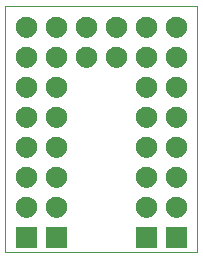
<source format=gbr>
G04 #@! TF.GenerationSoftware,KiCad,Pcbnew,5.1.5+dfsg1-2*
G04 #@! TF.CreationDate,2020-01-22T22:25:37+01:00*
G04 #@! TF.ProjectId,jumper-module,6a756d70-6572-42d6-9d6f-64756c652e6b,v1*
G04 #@! TF.SameCoordinates,Original*
G04 #@! TF.FileFunction,Soldermask,Bot*
G04 #@! TF.FilePolarity,Negative*
%FSLAX46Y46*%
G04 Gerber Fmt 4.6, Leading zero omitted, Abs format (unit mm)*
G04 Created by KiCad (PCBNEW 5.1.5+dfsg1-2) date 2020-01-22 22:25:37*
%MOMM*%
%LPD*%
G04 APERTURE LIST*
%ADD10C,0.100000*%
%ADD11C,0.150000*%
G04 APERTURE END LIST*
D10*
X149606000Y-85852000D02*
X149606000Y-106680000D01*
X133350000Y-85852000D02*
X149606000Y-85852000D01*
X133350000Y-106680000D02*
X133350000Y-85852000D01*
X149606000Y-106680000D02*
X133350000Y-106680000D01*
D11*
G36*
X136029000Y-106311000D02*
G01*
X134227000Y-106311000D01*
X134227000Y-104509000D01*
X136029000Y-104509000D01*
X136029000Y-106311000D01*
G37*
G36*
X146189000Y-106311000D02*
G01*
X144387000Y-106311000D01*
X144387000Y-104509000D01*
X146189000Y-104509000D01*
X146189000Y-106311000D01*
G37*
G36*
X148729000Y-106311000D02*
G01*
X146927000Y-106311000D01*
X146927000Y-104509000D01*
X148729000Y-104509000D01*
X148729000Y-106311000D01*
G37*
G36*
X138569000Y-106311000D02*
G01*
X136767000Y-106311000D01*
X136767000Y-104509000D01*
X138569000Y-104509000D01*
X138569000Y-106311000D01*
G37*
G36*
X137781512Y-101973927D02*
G01*
X137930812Y-102003624D01*
X138094784Y-102071544D01*
X138242354Y-102170147D01*
X138367853Y-102295646D01*
X138466456Y-102443216D01*
X138534376Y-102607188D01*
X138569000Y-102781259D01*
X138569000Y-102958741D01*
X138534376Y-103132812D01*
X138466456Y-103296784D01*
X138367853Y-103444354D01*
X138242354Y-103569853D01*
X138094784Y-103668456D01*
X137930812Y-103736376D01*
X137781512Y-103766073D01*
X137756742Y-103771000D01*
X137579258Y-103771000D01*
X137554488Y-103766073D01*
X137405188Y-103736376D01*
X137241216Y-103668456D01*
X137093646Y-103569853D01*
X136968147Y-103444354D01*
X136869544Y-103296784D01*
X136801624Y-103132812D01*
X136767000Y-102958741D01*
X136767000Y-102781259D01*
X136801624Y-102607188D01*
X136869544Y-102443216D01*
X136968147Y-102295646D01*
X137093646Y-102170147D01*
X137241216Y-102071544D01*
X137405188Y-102003624D01*
X137554488Y-101973927D01*
X137579258Y-101969000D01*
X137756742Y-101969000D01*
X137781512Y-101973927D01*
G37*
G36*
X135241512Y-101973927D02*
G01*
X135390812Y-102003624D01*
X135554784Y-102071544D01*
X135702354Y-102170147D01*
X135827853Y-102295646D01*
X135926456Y-102443216D01*
X135994376Y-102607188D01*
X136029000Y-102781259D01*
X136029000Y-102958741D01*
X135994376Y-103132812D01*
X135926456Y-103296784D01*
X135827853Y-103444354D01*
X135702354Y-103569853D01*
X135554784Y-103668456D01*
X135390812Y-103736376D01*
X135241512Y-103766073D01*
X135216742Y-103771000D01*
X135039258Y-103771000D01*
X135014488Y-103766073D01*
X134865188Y-103736376D01*
X134701216Y-103668456D01*
X134553646Y-103569853D01*
X134428147Y-103444354D01*
X134329544Y-103296784D01*
X134261624Y-103132812D01*
X134227000Y-102958741D01*
X134227000Y-102781259D01*
X134261624Y-102607188D01*
X134329544Y-102443216D01*
X134428147Y-102295646D01*
X134553646Y-102170147D01*
X134701216Y-102071544D01*
X134865188Y-102003624D01*
X135014488Y-101973927D01*
X135039258Y-101969000D01*
X135216742Y-101969000D01*
X135241512Y-101973927D01*
G37*
G36*
X145401512Y-101973927D02*
G01*
X145550812Y-102003624D01*
X145714784Y-102071544D01*
X145862354Y-102170147D01*
X145987853Y-102295646D01*
X146086456Y-102443216D01*
X146154376Y-102607188D01*
X146189000Y-102781259D01*
X146189000Y-102958741D01*
X146154376Y-103132812D01*
X146086456Y-103296784D01*
X145987853Y-103444354D01*
X145862354Y-103569853D01*
X145714784Y-103668456D01*
X145550812Y-103736376D01*
X145401512Y-103766073D01*
X145376742Y-103771000D01*
X145199258Y-103771000D01*
X145174488Y-103766073D01*
X145025188Y-103736376D01*
X144861216Y-103668456D01*
X144713646Y-103569853D01*
X144588147Y-103444354D01*
X144489544Y-103296784D01*
X144421624Y-103132812D01*
X144387000Y-102958741D01*
X144387000Y-102781259D01*
X144421624Y-102607188D01*
X144489544Y-102443216D01*
X144588147Y-102295646D01*
X144713646Y-102170147D01*
X144861216Y-102071544D01*
X145025188Y-102003624D01*
X145174488Y-101973927D01*
X145199258Y-101969000D01*
X145376742Y-101969000D01*
X145401512Y-101973927D01*
G37*
G36*
X147941512Y-101973927D02*
G01*
X148090812Y-102003624D01*
X148254784Y-102071544D01*
X148402354Y-102170147D01*
X148527853Y-102295646D01*
X148626456Y-102443216D01*
X148694376Y-102607188D01*
X148729000Y-102781259D01*
X148729000Y-102958741D01*
X148694376Y-103132812D01*
X148626456Y-103296784D01*
X148527853Y-103444354D01*
X148402354Y-103569853D01*
X148254784Y-103668456D01*
X148090812Y-103736376D01*
X147941512Y-103766073D01*
X147916742Y-103771000D01*
X147739258Y-103771000D01*
X147714488Y-103766073D01*
X147565188Y-103736376D01*
X147401216Y-103668456D01*
X147253646Y-103569853D01*
X147128147Y-103444354D01*
X147029544Y-103296784D01*
X146961624Y-103132812D01*
X146927000Y-102958741D01*
X146927000Y-102781259D01*
X146961624Y-102607188D01*
X147029544Y-102443216D01*
X147128147Y-102295646D01*
X147253646Y-102170147D01*
X147401216Y-102071544D01*
X147565188Y-102003624D01*
X147714488Y-101973927D01*
X147739258Y-101969000D01*
X147916742Y-101969000D01*
X147941512Y-101973927D01*
G37*
G36*
X145401512Y-99433927D02*
G01*
X145550812Y-99463624D01*
X145714784Y-99531544D01*
X145862354Y-99630147D01*
X145987853Y-99755646D01*
X146086456Y-99903216D01*
X146154376Y-100067188D01*
X146189000Y-100241259D01*
X146189000Y-100418741D01*
X146154376Y-100592812D01*
X146086456Y-100756784D01*
X145987853Y-100904354D01*
X145862354Y-101029853D01*
X145714784Y-101128456D01*
X145550812Y-101196376D01*
X145401512Y-101226073D01*
X145376742Y-101231000D01*
X145199258Y-101231000D01*
X145174488Y-101226073D01*
X145025188Y-101196376D01*
X144861216Y-101128456D01*
X144713646Y-101029853D01*
X144588147Y-100904354D01*
X144489544Y-100756784D01*
X144421624Y-100592812D01*
X144387000Y-100418741D01*
X144387000Y-100241259D01*
X144421624Y-100067188D01*
X144489544Y-99903216D01*
X144588147Y-99755646D01*
X144713646Y-99630147D01*
X144861216Y-99531544D01*
X145025188Y-99463624D01*
X145174488Y-99433927D01*
X145199258Y-99429000D01*
X145376742Y-99429000D01*
X145401512Y-99433927D01*
G37*
G36*
X147941512Y-99433927D02*
G01*
X148090812Y-99463624D01*
X148254784Y-99531544D01*
X148402354Y-99630147D01*
X148527853Y-99755646D01*
X148626456Y-99903216D01*
X148694376Y-100067188D01*
X148729000Y-100241259D01*
X148729000Y-100418741D01*
X148694376Y-100592812D01*
X148626456Y-100756784D01*
X148527853Y-100904354D01*
X148402354Y-101029853D01*
X148254784Y-101128456D01*
X148090812Y-101196376D01*
X147941512Y-101226073D01*
X147916742Y-101231000D01*
X147739258Y-101231000D01*
X147714488Y-101226073D01*
X147565188Y-101196376D01*
X147401216Y-101128456D01*
X147253646Y-101029853D01*
X147128147Y-100904354D01*
X147029544Y-100756784D01*
X146961624Y-100592812D01*
X146927000Y-100418741D01*
X146927000Y-100241259D01*
X146961624Y-100067188D01*
X147029544Y-99903216D01*
X147128147Y-99755646D01*
X147253646Y-99630147D01*
X147401216Y-99531544D01*
X147565188Y-99463624D01*
X147714488Y-99433927D01*
X147739258Y-99429000D01*
X147916742Y-99429000D01*
X147941512Y-99433927D01*
G37*
G36*
X135241512Y-99433927D02*
G01*
X135390812Y-99463624D01*
X135554784Y-99531544D01*
X135702354Y-99630147D01*
X135827853Y-99755646D01*
X135926456Y-99903216D01*
X135994376Y-100067188D01*
X136029000Y-100241259D01*
X136029000Y-100418741D01*
X135994376Y-100592812D01*
X135926456Y-100756784D01*
X135827853Y-100904354D01*
X135702354Y-101029853D01*
X135554784Y-101128456D01*
X135390812Y-101196376D01*
X135241512Y-101226073D01*
X135216742Y-101231000D01*
X135039258Y-101231000D01*
X135014488Y-101226073D01*
X134865188Y-101196376D01*
X134701216Y-101128456D01*
X134553646Y-101029853D01*
X134428147Y-100904354D01*
X134329544Y-100756784D01*
X134261624Y-100592812D01*
X134227000Y-100418741D01*
X134227000Y-100241259D01*
X134261624Y-100067188D01*
X134329544Y-99903216D01*
X134428147Y-99755646D01*
X134553646Y-99630147D01*
X134701216Y-99531544D01*
X134865188Y-99463624D01*
X135014488Y-99433927D01*
X135039258Y-99429000D01*
X135216742Y-99429000D01*
X135241512Y-99433927D01*
G37*
G36*
X137781512Y-99433927D02*
G01*
X137930812Y-99463624D01*
X138094784Y-99531544D01*
X138242354Y-99630147D01*
X138367853Y-99755646D01*
X138466456Y-99903216D01*
X138534376Y-100067188D01*
X138569000Y-100241259D01*
X138569000Y-100418741D01*
X138534376Y-100592812D01*
X138466456Y-100756784D01*
X138367853Y-100904354D01*
X138242354Y-101029853D01*
X138094784Y-101128456D01*
X137930812Y-101196376D01*
X137781512Y-101226073D01*
X137756742Y-101231000D01*
X137579258Y-101231000D01*
X137554488Y-101226073D01*
X137405188Y-101196376D01*
X137241216Y-101128456D01*
X137093646Y-101029853D01*
X136968147Y-100904354D01*
X136869544Y-100756784D01*
X136801624Y-100592812D01*
X136767000Y-100418741D01*
X136767000Y-100241259D01*
X136801624Y-100067188D01*
X136869544Y-99903216D01*
X136968147Y-99755646D01*
X137093646Y-99630147D01*
X137241216Y-99531544D01*
X137405188Y-99463624D01*
X137554488Y-99433927D01*
X137579258Y-99429000D01*
X137756742Y-99429000D01*
X137781512Y-99433927D01*
G37*
G36*
X147941512Y-96893927D02*
G01*
X148090812Y-96923624D01*
X148254784Y-96991544D01*
X148402354Y-97090147D01*
X148527853Y-97215646D01*
X148626456Y-97363216D01*
X148694376Y-97527188D01*
X148729000Y-97701259D01*
X148729000Y-97878741D01*
X148694376Y-98052812D01*
X148626456Y-98216784D01*
X148527853Y-98364354D01*
X148402354Y-98489853D01*
X148254784Y-98588456D01*
X148090812Y-98656376D01*
X147941512Y-98686073D01*
X147916742Y-98691000D01*
X147739258Y-98691000D01*
X147714488Y-98686073D01*
X147565188Y-98656376D01*
X147401216Y-98588456D01*
X147253646Y-98489853D01*
X147128147Y-98364354D01*
X147029544Y-98216784D01*
X146961624Y-98052812D01*
X146927000Y-97878741D01*
X146927000Y-97701259D01*
X146961624Y-97527188D01*
X147029544Y-97363216D01*
X147128147Y-97215646D01*
X147253646Y-97090147D01*
X147401216Y-96991544D01*
X147565188Y-96923624D01*
X147714488Y-96893927D01*
X147739258Y-96889000D01*
X147916742Y-96889000D01*
X147941512Y-96893927D01*
G37*
G36*
X137781512Y-96893927D02*
G01*
X137930812Y-96923624D01*
X138094784Y-96991544D01*
X138242354Y-97090147D01*
X138367853Y-97215646D01*
X138466456Y-97363216D01*
X138534376Y-97527188D01*
X138569000Y-97701259D01*
X138569000Y-97878741D01*
X138534376Y-98052812D01*
X138466456Y-98216784D01*
X138367853Y-98364354D01*
X138242354Y-98489853D01*
X138094784Y-98588456D01*
X137930812Y-98656376D01*
X137781512Y-98686073D01*
X137756742Y-98691000D01*
X137579258Y-98691000D01*
X137554488Y-98686073D01*
X137405188Y-98656376D01*
X137241216Y-98588456D01*
X137093646Y-98489853D01*
X136968147Y-98364354D01*
X136869544Y-98216784D01*
X136801624Y-98052812D01*
X136767000Y-97878741D01*
X136767000Y-97701259D01*
X136801624Y-97527188D01*
X136869544Y-97363216D01*
X136968147Y-97215646D01*
X137093646Y-97090147D01*
X137241216Y-96991544D01*
X137405188Y-96923624D01*
X137554488Y-96893927D01*
X137579258Y-96889000D01*
X137756742Y-96889000D01*
X137781512Y-96893927D01*
G37*
G36*
X135241512Y-96893927D02*
G01*
X135390812Y-96923624D01*
X135554784Y-96991544D01*
X135702354Y-97090147D01*
X135827853Y-97215646D01*
X135926456Y-97363216D01*
X135994376Y-97527188D01*
X136029000Y-97701259D01*
X136029000Y-97878741D01*
X135994376Y-98052812D01*
X135926456Y-98216784D01*
X135827853Y-98364354D01*
X135702354Y-98489853D01*
X135554784Y-98588456D01*
X135390812Y-98656376D01*
X135241512Y-98686073D01*
X135216742Y-98691000D01*
X135039258Y-98691000D01*
X135014488Y-98686073D01*
X134865188Y-98656376D01*
X134701216Y-98588456D01*
X134553646Y-98489853D01*
X134428147Y-98364354D01*
X134329544Y-98216784D01*
X134261624Y-98052812D01*
X134227000Y-97878741D01*
X134227000Y-97701259D01*
X134261624Y-97527188D01*
X134329544Y-97363216D01*
X134428147Y-97215646D01*
X134553646Y-97090147D01*
X134701216Y-96991544D01*
X134865188Y-96923624D01*
X135014488Y-96893927D01*
X135039258Y-96889000D01*
X135216742Y-96889000D01*
X135241512Y-96893927D01*
G37*
G36*
X145401512Y-96893927D02*
G01*
X145550812Y-96923624D01*
X145714784Y-96991544D01*
X145862354Y-97090147D01*
X145987853Y-97215646D01*
X146086456Y-97363216D01*
X146154376Y-97527188D01*
X146189000Y-97701259D01*
X146189000Y-97878741D01*
X146154376Y-98052812D01*
X146086456Y-98216784D01*
X145987853Y-98364354D01*
X145862354Y-98489853D01*
X145714784Y-98588456D01*
X145550812Y-98656376D01*
X145401512Y-98686073D01*
X145376742Y-98691000D01*
X145199258Y-98691000D01*
X145174488Y-98686073D01*
X145025188Y-98656376D01*
X144861216Y-98588456D01*
X144713646Y-98489853D01*
X144588147Y-98364354D01*
X144489544Y-98216784D01*
X144421624Y-98052812D01*
X144387000Y-97878741D01*
X144387000Y-97701259D01*
X144421624Y-97527188D01*
X144489544Y-97363216D01*
X144588147Y-97215646D01*
X144713646Y-97090147D01*
X144861216Y-96991544D01*
X145025188Y-96923624D01*
X145174488Y-96893927D01*
X145199258Y-96889000D01*
X145376742Y-96889000D01*
X145401512Y-96893927D01*
G37*
G36*
X135241512Y-94353927D02*
G01*
X135390812Y-94383624D01*
X135554784Y-94451544D01*
X135702354Y-94550147D01*
X135827853Y-94675646D01*
X135926456Y-94823216D01*
X135994376Y-94987188D01*
X136029000Y-95161259D01*
X136029000Y-95338741D01*
X135994376Y-95512812D01*
X135926456Y-95676784D01*
X135827853Y-95824354D01*
X135702354Y-95949853D01*
X135554784Y-96048456D01*
X135390812Y-96116376D01*
X135241512Y-96146073D01*
X135216742Y-96151000D01*
X135039258Y-96151000D01*
X135014488Y-96146073D01*
X134865188Y-96116376D01*
X134701216Y-96048456D01*
X134553646Y-95949853D01*
X134428147Y-95824354D01*
X134329544Y-95676784D01*
X134261624Y-95512812D01*
X134227000Y-95338741D01*
X134227000Y-95161259D01*
X134261624Y-94987188D01*
X134329544Y-94823216D01*
X134428147Y-94675646D01*
X134553646Y-94550147D01*
X134701216Y-94451544D01*
X134865188Y-94383624D01*
X135014488Y-94353927D01*
X135039258Y-94349000D01*
X135216742Y-94349000D01*
X135241512Y-94353927D01*
G37*
G36*
X137781512Y-94353927D02*
G01*
X137930812Y-94383624D01*
X138094784Y-94451544D01*
X138242354Y-94550147D01*
X138367853Y-94675646D01*
X138466456Y-94823216D01*
X138534376Y-94987188D01*
X138569000Y-95161259D01*
X138569000Y-95338741D01*
X138534376Y-95512812D01*
X138466456Y-95676784D01*
X138367853Y-95824354D01*
X138242354Y-95949853D01*
X138094784Y-96048456D01*
X137930812Y-96116376D01*
X137781512Y-96146073D01*
X137756742Y-96151000D01*
X137579258Y-96151000D01*
X137554488Y-96146073D01*
X137405188Y-96116376D01*
X137241216Y-96048456D01*
X137093646Y-95949853D01*
X136968147Y-95824354D01*
X136869544Y-95676784D01*
X136801624Y-95512812D01*
X136767000Y-95338741D01*
X136767000Y-95161259D01*
X136801624Y-94987188D01*
X136869544Y-94823216D01*
X136968147Y-94675646D01*
X137093646Y-94550147D01*
X137241216Y-94451544D01*
X137405188Y-94383624D01*
X137554488Y-94353927D01*
X137579258Y-94349000D01*
X137756742Y-94349000D01*
X137781512Y-94353927D01*
G37*
G36*
X145401512Y-94353927D02*
G01*
X145550812Y-94383624D01*
X145714784Y-94451544D01*
X145862354Y-94550147D01*
X145987853Y-94675646D01*
X146086456Y-94823216D01*
X146154376Y-94987188D01*
X146189000Y-95161259D01*
X146189000Y-95338741D01*
X146154376Y-95512812D01*
X146086456Y-95676784D01*
X145987853Y-95824354D01*
X145862354Y-95949853D01*
X145714784Y-96048456D01*
X145550812Y-96116376D01*
X145401512Y-96146073D01*
X145376742Y-96151000D01*
X145199258Y-96151000D01*
X145174488Y-96146073D01*
X145025188Y-96116376D01*
X144861216Y-96048456D01*
X144713646Y-95949853D01*
X144588147Y-95824354D01*
X144489544Y-95676784D01*
X144421624Y-95512812D01*
X144387000Y-95338741D01*
X144387000Y-95161259D01*
X144421624Y-94987188D01*
X144489544Y-94823216D01*
X144588147Y-94675646D01*
X144713646Y-94550147D01*
X144861216Y-94451544D01*
X145025188Y-94383624D01*
X145174488Y-94353927D01*
X145199258Y-94349000D01*
X145376742Y-94349000D01*
X145401512Y-94353927D01*
G37*
G36*
X147941512Y-94353927D02*
G01*
X148090812Y-94383624D01*
X148254784Y-94451544D01*
X148402354Y-94550147D01*
X148527853Y-94675646D01*
X148626456Y-94823216D01*
X148694376Y-94987188D01*
X148729000Y-95161259D01*
X148729000Y-95338741D01*
X148694376Y-95512812D01*
X148626456Y-95676784D01*
X148527853Y-95824354D01*
X148402354Y-95949853D01*
X148254784Y-96048456D01*
X148090812Y-96116376D01*
X147941512Y-96146073D01*
X147916742Y-96151000D01*
X147739258Y-96151000D01*
X147714488Y-96146073D01*
X147565188Y-96116376D01*
X147401216Y-96048456D01*
X147253646Y-95949853D01*
X147128147Y-95824354D01*
X147029544Y-95676784D01*
X146961624Y-95512812D01*
X146927000Y-95338741D01*
X146927000Y-95161259D01*
X146961624Y-94987188D01*
X147029544Y-94823216D01*
X147128147Y-94675646D01*
X147253646Y-94550147D01*
X147401216Y-94451544D01*
X147565188Y-94383624D01*
X147714488Y-94353927D01*
X147739258Y-94349000D01*
X147916742Y-94349000D01*
X147941512Y-94353927D01*
G37*
G36*
X135241512Y-91813927D02*
G01*
X135390812Y-91843624D01*
X135554784Y-91911544D01*
X135702354Y-92010147D01*
X135827853Y-92135646D01*
X135926456Y-92283216D01*
X135994376Y-92447188D01*
X136029000Y-92621259D01*
X136029000Y-92798741D01*
X135994376Y-92972812D01*
X135926456Y-93136784D01*
X135827853Y-93284354D01*
X135702354Y-93409853D01*
X135554784Y-93508456D01*
X135390812Y-93576376D01*
X135241512Y-93606073D01*
X135216742Y-93611000D01*
X135039258Y-93611000D01*
X135014488Y-93606073D01*
X134865188Y-93576376D01*
X134701216Y-93508456D01*
X134553646Y-93409853D01*
X134428147Y-93284354D01*
X134329544Y-93136784D01*
X134261624Y-92972812D01*
X134227000Y-92798741D01*
X134227000Y-92621259D01*
X134261624Y-92447188D01*
X134329544Y-92283216D01*
X134428147Y-92135646D01*
X134553646Y-92010147D01*
X134701216Y-91911544D01*
X134865188Y-91843624D01*
X135014488Y-91813927D01*
X135039258Y-91809000D01*
X135216742Y-91809000D01*
X135241512Y-91813927D01*
G37*
G36*
X137781512Y-91813927D02*
G01*
X137930812Y-91843624D01*
X138094784Y-91911544D01*
X138242354Y-92010147D01*
X138367853Y-92135646D01*
X138466456Y-92283216D01*
X138534376Y-92447188D01*
X138569000Y-92621259D01*
X138569000Y-92798741D01*
X138534376Y-92972812D01*
X138466456Y-93136784D01*
X138367853Y-93284354D01*
X138242354Y-93409853D01*
X138094784Y-93508456D01*
X137930812Y-93576376D01*
X137781512Y-93606073D01*
X137756742Y-93611000D01*
X137579258Y-93611000D01*
X137554488Y-93606073D01*
X137405188Y-93576376D01*
X137241216Y-93508456D01*
X137093646Y-93409853D01*
X136968147Y-93284354D01*
X136869544Y-93136784D01*
X136801624Y-92972812D01*
X136767000Y-92798741D01*
X136767000Y-92621259D01*
X136801624Y-92447188D01*
X136869544Y-92283216D01*
X136968147Y-92135646D01*
X137093646Y-92010147D01*
X137241216Y-91911544D01*
X137405188Y-91843624D01*
X137554488Y-91813927D01*
X137579258Y-91809000D01*
X137756742Y-91809000D01*
X137781512Y-91813927D01*
G37*
G36*
X147941512Y-91813927D02*
G01*
X148090812Y-91843624D01*
X148254784Y-91911544D01*
X148402354Y-92010147D01*
X148527853Y-92135646D01*
X148626456Y-92283216D01*
X148694376Y-92447188D01*
X148729000Y-92621259D01*
X148729000Y-92798741D01*
X148694376Y-92972812D01*
X148626456Y-93136784D01*
X148527853Y-93284354D01*
X148402354Y-93409853D01*
X148254784Y-93508456D01*
X148090812Y-93576376D01*
X147941512Y-93606073D01*
X147916742Y-93611000D01*
X147739258Y-93611000D01*
X147714488Y-93606073D01*
X147565188Y-93576376D01*
X147401216Y-93508456D01*
X147253646Y-93409853D01*
X147128147Y-93284354D01*
X147029544Y-93136784D01*
X146961624Y-92972812D01*
X146927000Y-92798741D01*
X146927000Y-92621259D01*
X146961624Y-92447188D01*
X147029544Y-92283216D01*
X147128147Y-92135646D01*
X147253646Y-92010147D01*
X147401216Y-91911544D01*
X147565188Y-91843624D01*
X147714488Y-91813927D01*
X147739258Y-91809000D01*
X147916742Y-91809000D01*
X147941512Y-91813927D01*
G37*
G36*
X145401512Y-91813927D02*
G01*
X145550812Y-91843624D01*
X145714784Y-91911544D01*
X145862354Y-92010147D01*
X145987853Y-92135646D01*
X146086456Y-92283216D01*
X146154376Y-92447188D01*
X146189000Y-92621259D01*
X146189000Y-92798741D01*
X146154376Y-92972812D01*
X146086456Y-93136784D01*
X145987853Y-93284354D01*
X145862354Y-93409853D01*
X145714784Y-93508456D01*
X145550812Y-93576376D01*
X145401512Y-93606073D01*
X145376742Y-93611000D01*
X145199258Y-93611000D01*
X145174488Y-93606073D01*
X145025188Y-93576376D01*
X144861216Y-93508456D01*
X144713646Y-93409853D01*
X144588147Y-93284354D01*
X144489544Y-93136784D01*
X144421624Y-92972812D01*
X144387000Y-92798741D01*
X144387000Y-92621259D01*
X144421624Y-92447188D01*
X144489544Y-92283216D01*
X144588147Y-92135646D01*
X144713646Y-92010147D01*
X144861216Y-91911544D01*
X145025188Y-91843624D01*
X145174488Y-91813927D01*
X145199258Y-91809000D01*
X145376742Y-91809000D01*
X145401512Y-91813927D01*
G37*
G36*
X147941512Y-89273927D02*
G01*
X148090812Y-89303624D01*
X148254784Y-89371544D01*
X148402354Y-89470147D01*
X148527853Y-89595646D01*
X148626456Y-89743216D01*
X148694376Y-89907188D01*
X148729000Y-90081259D01*
X148729000Y-90258741D01*
X148694376Y-90432812D01*
X148626456Y-90596784D01*
X148527853Y-90744354D01*
X148402354Y-90869853D01*
X148254784Y-90968456D01*
X148090812Y-91036376D01*
X147941512Y-91066073D01*
X147916742Y-91071000D01*
X147739258Y-91071000D01*
X147714488Y-91066073D01*
X147565188Y-91036376D01*
X147401216Y-90968456D01*
X147253646Y-90869853D01*
X147128147Y-90744354D01*
X147029544Y-90596784D01*
X146961624Y-90432812D01*
X146927000Y-90258741D01*
X146927000Y-90081259D01*
X146961624Y-89907188D01*
X147029544Y-89743216D01*
X147128147Y-89595646D01*
X147253646Y-89470147D01*
X147401216Y-89371544D01*
X147565188Y-89303624D01*
X147714488Y-89273927D01*
X147739258Y-89269000D01*
X147916742Y-89269000D01*
X147941512Y-89273927D01*
G37*
G36*
X145401512Y-89273927D02*
G01*
X145550812Y-89303624D01*
X145714784Y-89371544D01*
X145862354Y-89470147D01*
X145987853Y-89595646D01*
X146086456Y-89743216D01*
X146154376Y-89907188D01*
X146189000Y-90081259D01*
X146189000Y-90258741D01*
X146154376Y-90432812D01*
X146086456Y-90596784D01*
X145987853Y-90744354D01*
X145862354Y-90869853D01*
X145714784Y-90968456D01*
X145550812Y-91036376D01*
X145401512Y-91066073D01*
X145376742Y-91071000D01*
X145199258Y-91071000D01*
X145174488Y-91066073D01*
X145025188Y-91036376D01*
X144861216Y-90968456D01*
X144713646Y-90869853D01*
X144588147Y-90744354D01*
X144489544Y-90596784D01*
X144421624Y-90432812D01*
X144387000Y-90258741D01*
X144387000Y-90081259D01*
X144421624Y-89907188D01*
X144489544Y-89743216D01*
X144588147Y-89595646D01*
X144713646Y-89470147D01*
X144861216Y-89371544D01*
X145025188Y-89303624D01*
X145174488Y-89273927D01*
X145199258Y-89269000D01*
X145376742Y-89269000D01*
X145401512Y-89273927D01*
G37*
G36*
X142861512Y-89273927D02*
G01*
X143010812Y-89303624D01*
X143174784Y-89371544D01*
X143322354Y-89470147D01*
X143447853Y-89595646D01*
X143546456Y-89743216D01*
X143614376Y-89907188D01*
X143649000Y-90081259D01*
X143649000Y-90258741D01*
X143614376Y-90432812D01*
X143546456Y-90596784D01*
X143447853Y-90744354D01*
X143322354Y-90869853D01*
X143174784Y-90968456D01*
X143010812Y-91036376D01*
X142861512Y-91066073D01*
X142836742Y-91071000D01*
X142659258Y-91071000D01*
X142634488Y-91066073D01*
X142485188Y-91036376D01*
X142321216Y-90968456D01*
X142173646Y-90869853D01*
X142048147Y-90744354D01*
X141949544Y-90596784D01*
X141881624Y-90432812D01*
X141847000Y-90258741D01*
X141847000Y-90081259D01*
X141881624Y-89907188D01*
X141949544Y-89743216D01*
X142048147Y-89595646D01*
X142173646Y-89470147D01*
X142321216Y-89371544D01*
X142485188Y-89303624D01*
X142634488Y-89273927D01*
X142659258Y-89269000D01*
X142836742Y-89269000D01*
X142861512Y-89273927D01*
G37*
G36*
X140321512Y-89273927D02*
G01*
X140470812Y-89303624D01*
X140634784Y-89371544D01*
X140782354Y-89470147D01*
X140907853Y-89595646D01*
X141006456Y-89743216D01*
X141074376Y-89907188D01*
X141109000Y-90081259D01*
X141109000Y-90258741D01*
X141074376Y-90432812D01*
X141006456Y-90596784D01*
X140907853Y-90744354D01*
X140782354Y-90869853D01*
X140634784Y-90968456D01*
X140470812Y-91036376D01*
X140321512Y-91066073D01*
X140296742Y-91071000D01*
X140119258Y-91071000D01*
X140094488Y-91066073D01*
X139945188Y-91036376D01*
X139781216Y-90968456D01*
X139633646Y-90869853D01*
X139508147Y-90744354D01*
X139409544Y-90596784D01*
X139341624Y-90432812D01*
X139307000Y-90258741D01*
X139307000Y-90081259D01*
X139341624Y-89907188D01*
X139409544Y-89743216D01*
X139508147Y-89595646D01*
X139633646Y-89470147D01*
X139781216Y-89371544D01*
X139945188Y-89303624D01*
X140094488Y-89273927D01*
X140119258Y-89269000D01*
X140296742Y-89269000D01*
X140321512Y-89273927D01*
G37*
G36*
X137781512Y-89273927D02*
G01*
X137930812Y-89303624D01*
X138094784Y-89371544D01*
X138242354Y-89470147D01*
X138367853Y-89595646D01*
X138466456Y-89743216D01*
X138534376Y-89907188D01*
X138569000Y-90081259D01*
X138569000Y-90258741D01*
X138534376Y-90432812D01*
X138466456Y-90596784D01*
X138367853Y-90744354D01*
X138242354Y-90869853D01*
X138094784Y-90968456D01*
X137930812Y-91036376D01*
X137781512Y-91066073D01*
X137756742Y-91071000D01*
X137579258Y-91071000D01*
X137554488Y-91066073D01*
X137405188Y-91036376D01*
X137241216Y-90968456D01*
X137093646Y-90869853D01*
X136968147Y-90744354D01*
X136869544Y-90596784D01*
X136801624Y-90432812D01*
X136767000Y-90258741D01*
X136767000Y-90081259D01*
X136801624Y-89907188D01*
X136869544Y-89743216D01*
X136968147Y-89595646D01*
X137093646Y-89470147D01*
X137241216Y-89371544D01*
X137405188Y-89303624D01*
X137554488Y-89273927D01*
X137579258Y-89269000D01*
X137756742Y-89269000D01*
X137781512Y-89273927D01*
G37*
G36*
X135241512Y-89273927D02*
G01*
X135390812Y-89303624D01*
X135554784Y-89371544D01*
X135702354Y-89470147D01*
X135827853Y-89595646D01*
X135926456Y-89743216D01*
X135994376Y-89907188D01*
X136029000Y-90081259D01*
X136029000Y-90258741D01*
X135994376Y-90432812D01*
X135926456Y-90596784D01*
X135827853Y-90744354D01*
X135702354Y-90869853D01*
X135554784Y-90968456D01*
X135390812Y-91036376D01*
X135241512Y-91066073D01*
X135216742Y-91071000D01*
X135039258Y-91071000D01*
X135014488Y-91066073D01*
X134865188Y-91036376D01*
X134701216Y-90968456D01*
X134553646Y-90869853D01*
X134428147Y-90744354D01*
X134329544Y-90596784D01*
X134261624Y-90432812D01*
X134227000Y-90258741D01*
X134227000Y-90081259D01*
X134261624Y-89907188D01*
X134329544Y-89743216D01*
X134428147Y-89595646D01*
X134553646Y-89470147D01*
X134701216Y-89371544D01*
X134865188Y-89303624D01*
X135014488Y-89273927D01*
X135039258Y-89269000D01*
X135216742Y-89269000D01*
X135241512Y-89273927D01*
G37*
G36*
X147941512Y-86733927D02*
G01*
X148090812Y-86763624D01*
X148254784Y-86831544D01*
X148402354Y-86930147D01*
X148527853Y-87055646D01*
X148626456Y-87203216D01*
X148694376Y-87367188D01*
X148729000Y-87541259D01*
X148729000Y-87718741D01*
X148694376Y-87892812D01*
X148626456Y-88056784D01*
X148527853Y-88204354D01*
X148402354Y-88329853D01*
X148254784Y-88428456D01*
X148090812Y-88496376D01*
X147941512Y-88526073D01*
X147916742Y-88531000D01*
X147739258Y-88531000D01*
X147714488Y-88526073D01*
X147565188Y-88496376D01*
X147401216Y-88428456D01*
X147253646Y-88329853D01*
X147128147Y-88204354D01*
X147029544Y-88056784D01*
X146961624Y-87892812D01*
X146927000Y-87718741D01*
X146927000Y-87541259D01*
X146961624Y-87367188D01*
X147029544Y-87203216D01*
X147128147Y-87055646D01*
X147253646Y-86930147D01*
X147401216Y-86831544D01*
X147565188Y-86763624D01*
X147714488Y-86733927D01*
X147739258Y-86729000D01*
X147916742Y-86729000D01*
X147941512Y-86733927D01*
G37*
G36*
X145401512Y-86733927D02*
G01*
X145550812Y-86763624D01*
X145714784Y-86831544D01*
X145862354Y-86930147D01*
X145987853Y-87055646D01*
X146086456Y-87203216D01*
X146154376Y-87367188D01*
X146189000Y-87541259D01*
X146189000Y-87718741D01*
X146154376Y-87892812D01*
X146086456Y-88056784D01*
X145987853Y-88204354D01*
X145862354Y-88329853D01*
X145714784Y-88428456D01*
X145550812Y-88496376D01*
X145401512Y-88526073D01*
X145376742Y-88531000D01*
X145199258Y-88531000D01*
X145174488Y-88526073D01*
X145025188Y-88496376D01*
X144861216Y-88428456D01*
X144713646Y-88329853D01*
X144588147Y-88204354D01*
X144489544Y-88056784D01*
X144421624Y-87892812D01*
X144387000Y-87718741D01*
X144387000Y-87541259D01*
X144421624Y-87367188D01*
X144489544Y-87203216D01*
X144588147Y-87055646D01*
X144713646Y-86930147D01*
X144861216Y-86831544D01*
X145025188Y-86763624D01*
X145174488Y-86733927D01*
X145199258Y-86729000D01*
X145376742Y-86729000D01*
X145401512Y-86733927D01*
G37*
G36*
X142861512Y-86733927D02*
G01*
X143010812Y-86763624D01*
X143174784Y-86831544D01*
X143322354Y-86930147D01*
X143447853Y-87055646D01*
X143546456Y-87203216D01*
X143614376Y-87367188D01*
X143649000Y-87541259D01*
X143649000Y-87718741D01*
X143614376Y-87892812D01*
X143546456Y-88056784D01*
X143447853Y-88204354D01*
X143322354Y-88329853D01*
X143174784Y-88428456D01*
X143010812Y-88496376D01*
X142861512Y-88526073D01*
X142836742Y-88531000D01*
X142659258Y-88531000D01*
X142634488Y-88526073D01*
X142485188Y-88496376D01*
X142321216Y-88428456D01*
X142173646Y-88329853D01*
X142048147Y-88204354D01*
X141949544Y-88056784D01*
X141881624Y-87892812D01*
X141847000Y-87718741D01*
X141847000Y-87541259D01*
X141881624Y-87367188D01*
X141949544Y-87203216D01*
X142048147Y-87055646D01*
X142173646Y-86930147D01*
X142321216Y-86831544D01*
X142485188Y-86763624D01*
X142634488Y-86733927D01*
X142659258Y-86729000D01*
X142836742Y-86729000D01*
X142861512Y-86733927D01*
G37*
G36*
X137781512Y-86733927D02*
G01*
X137930812Y-86763624D01*
X138094784Y-86831544D01*
X138242354Y-86930147D01*
X138367853Y-87055646D01*
X138466456Y-87203216D01*
X138534376Y-87367188D01*
X138569000Y-87541259D01*
X138569000Y-87718741D01*
X138534376Y-87892812D01*
X138466456Y-88056784D01*
X138367853Y-88204354D01*
X138242354Y-88329853D01*
X138094784Y-88428456D01*
X137930812Y-88496376D01*
X137781512Y-88526073D01*
X137756742Y-88531000D01*
X137579258Y-88531000D01*
X137554488Y-88526073D01*
X137405188Y-88496376D01*
X137241216Y-88428456D01*
X137093646Y-88329853D01*
X136968147Y-88204354D01*
X136869544Y-88056784D01*
X136801624Y-87892812D01*
X136767000Y-87718741D01*
X136767000Y-87541259D01*
X136801624Y-87367188D01*
X136869544Y-87203216D01*
X136968147Y-87055646D01*
X137093646Y-86930147D01*
X137241216Y-86831544D01*
X137405188Y-86763624D01*
X137554488Y-86733927D01*
X137579258Y-86729000D01*
X137756742Y-86729000D01*
X137781512Y-86733927D01*
G37*
G36*
X135241512Y-86733927D02*
G01*
X135390812Y-86763624D01*
X135554784Y-86831544D01*
X135702354Y-86930147D01*
X135827853Y-87055646D01*
X135926456Y-87203216D01*
X135994376Y-87367188D01*
X136029000Y-87541259D01*
X136029000Y-87718741D01*
X135994376Y-87892812D01*
X135926456Y-88056784D01*
X135827853Y-88204354D01*
X135702354Y-88329853D01*
X135554784Y-88428456D01*
X135390812Y-88496376D01*
X135241512Y-88526073D01*
X135216742Y-88531000D01*
X135039258Y-88531000D01*
X135014488Y-88526073D01*
X134865188Y-88496376D01*
X134701216Y-88428456D01*
X134553646Y-88329853D01*
X134428147Y-88204354D01*
X134329544Y-88056784D01*
X134261624Y-87892812D01*
X134227000Y-87718741D01*
X134227000Y-87541259D01*
X134261624Y-87367188D01*
X134329544Y-87203216D01*
X134428147Y-87055646D01*
X134553646Y-86930147D01*
X134701216Y-86831544D01*
X134865188Y-86763624D01*
X135014488Y-86733927D01*
X135039258Y-86729000D01*
X135216742Y-86729000D01*
X135241512Y-86733927D01*
G37*
G36*
X140321512Y-86733927D02*
G01*
X140470812Y-86763624D01*
X140634784Y-86831544D01*
X140782354Y-86930147D01*
X140907853Y-87055646D01*
X141006456Y-87203216D01*
X141074376Y-87367188D01*
X141109000Y-87541259D01*
X141109000Y-87718741D01*
X141074376Y-87892812D01*
X141006456Y-88056784D01*
X140907853Y-88204354D01*
X140782354Y-88329853D01*
X140634784Y-88428456D01*
X140470812Y-88496376D01*
X140321512Y-88526073D01*
X140296742Y-88531000D01*
X140119258Y-88531000D01*
X140094488Y-88526073D01*
X139945188Y-88496376D01*
X139781216Y-88428456D01*
X139633646Y-88329853D01*
X139508147Y-88204354D01*
X139409544Y-88056784D01*
X139341624Y-87892812D01*
X139307000Y-87718741D01*
X139307000Y-87541259D01*
X139341624Y-87367188D01*
X139409544Y-87203216D01*
X139508147Y-87055646D01*
X139633646Y-86930147D01*
X139781216Y-86831544D01*
X139945188Y-86763624D01*
X140094488Y-86733927D01*
X140119258Y-86729000D01*
X140296742Y-86729000D01*
X140321512Y-86733927D01*
G37*
M02*

</source>
